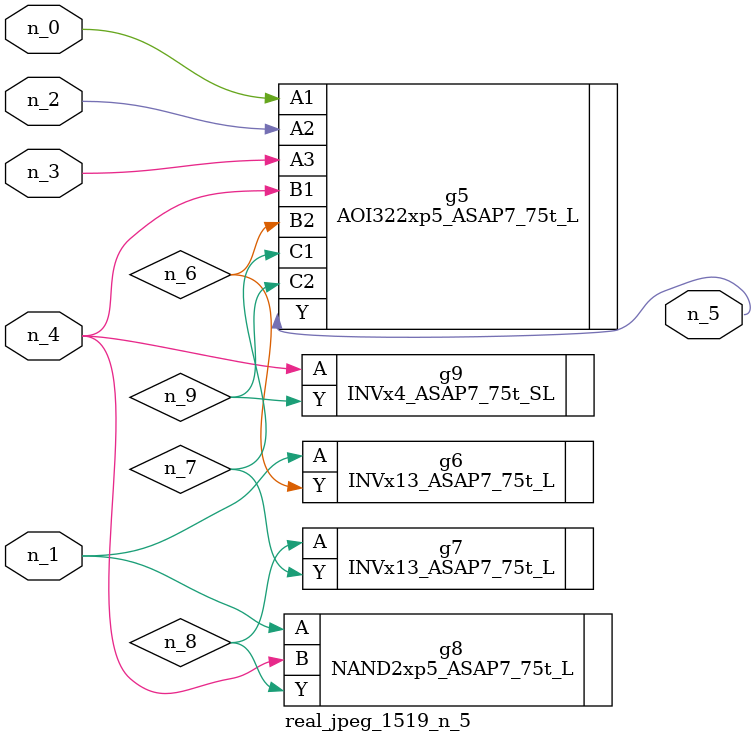
<source format=v>
module real_jpeg_1519_n_5 (n_4, n_0, n_1, n_2, n_3, n_5);

input n_4;
input n_0;
input n_1;
input n_2;
input n_3;

output n_5;

wire n_8;
wire n_6;
wire n_7;
wire n_9;

AOI322xp5_ASAP7_75t_L g5 ( 
.A1(n_0),
.A2(n_2),
.A3(n_3),
.B1(n_4),
.B2(n_6),
.C1(n_7),
.C2(n_9),
.Y(n_5)
);

INVx13_ASAP7_75t_L g6 ( 
.A(n_1),
.Y(n_6)
);

NAND2xp5_ASAP7_75t_L g8 ( 
.A(n_1),
.B(n_4),
.Y(n_8)
);

INVx4_ASAP7_75t_SL g9 ( 
.A(n_4),
.Y(n_9)
);

INVx13_ASAP7_75t_L g7 ( 
.A(n_8),
.Y(n_7)
);


endmodule
</source>
